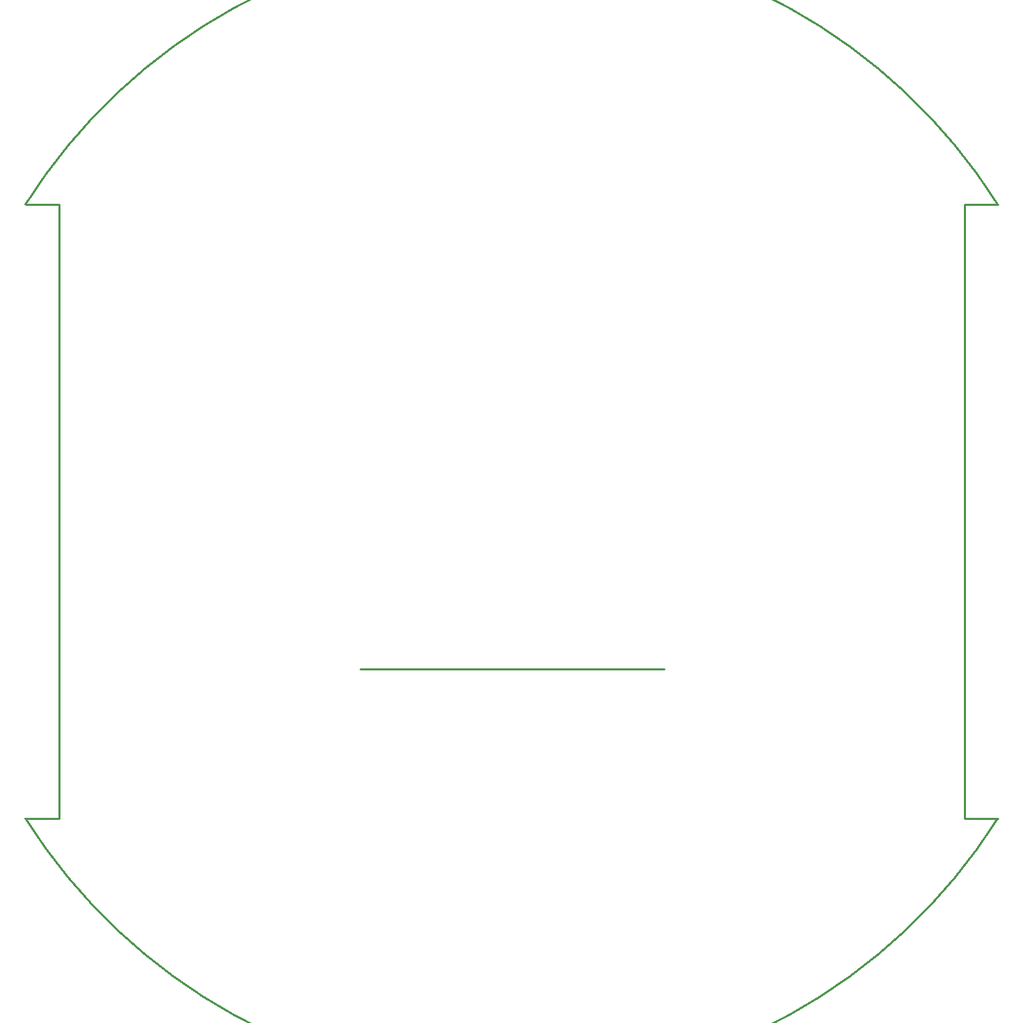
<source format=gm1>
G04*
G04 #@! TF.GenerationSoftware,Altium Limited,CircuitMaker,2.2.1 (2.2.1.6)*
G04*
G04 Layer_Color=16740166*
%FSLAX43Y43*%
%MOMM*%
G71*
G04*
G04 #@! TF.SameCoordinates,CDE1456F-32A5-43DE-B6C4-03E124C99B74*
G04*
G04*
G04 #@! TF.FilePolarity,Positive*
G04*
G01*
G75*
%ADD48C,0.254*%
D48*
X606884Y166300D02*
G03*
X488503Y166300I-59191J-37369D01*
G01*
X488510Y91551D02*
G03*
X606884Y91562I59184J37380D01*
G01*
X602818Y166306D02*
X606868D01*
X602818Y91556D02*
Y166306D01*
Y91556D02*
X606868D01*
X488518D02*
X492568D01*
Y166306D01*
X488518D02*
X492568D01*
X529268Y109731D02*
X566268D01*
X546268D02*
X566268D01*
X529268D02*
X546268D01*
M02*

</source>
